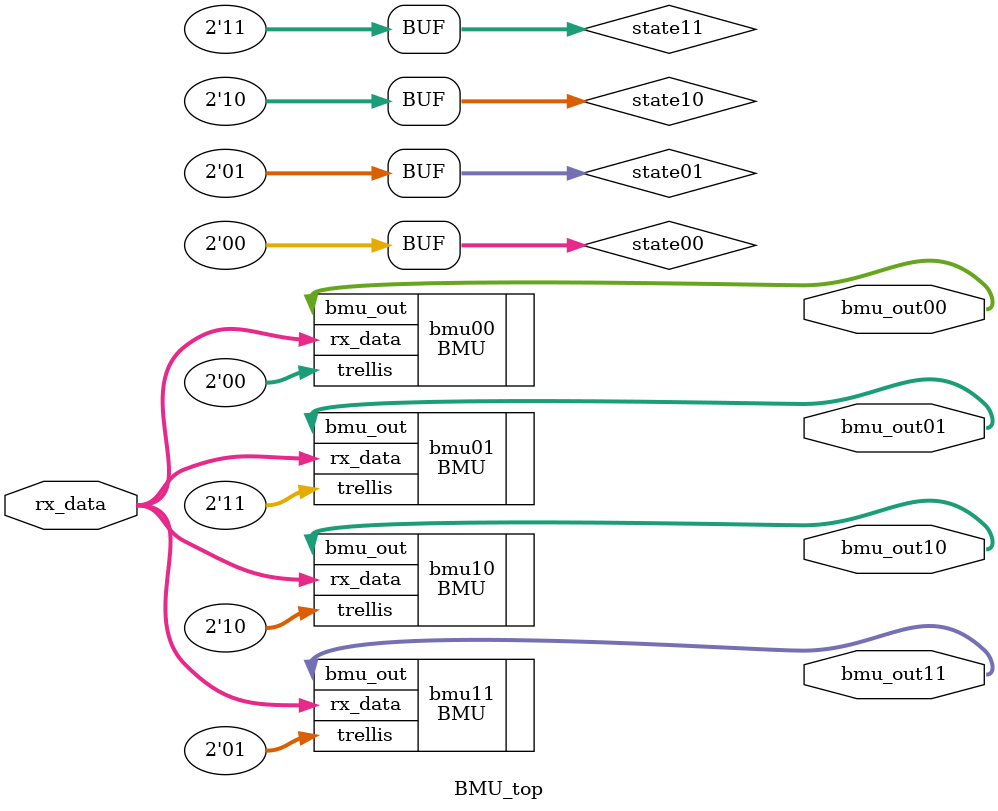
<source format=v>
`timescale 1ns / 1ps


module BMU_top #(parameter data_width = 2) (
    input       [data_width-1 : 0] rx_data,
    output wire [data_width-1 : 0] bmu_out00,
    output wire [data_width-1 : 0] bmu_out01,
    output wire [data_width-1 : 0] bmu_out10,
    output wire [data_width-1 : 0] bmu_out11
    );
wire [data_width-1 : 0] state00;
wire [data_width-1 : 0] state11;
wire [data_width-1 : 0] state10;
wire [data_width-1 : 0] state01;
// hena bdl m a3ml el convolutional encoder b el FSM 3mlt zy lookup table fih 3ltol el values ally htdkhol k-unput ll BMU w da akid
// 3la 7sb shakl el encoder w el states ally hy3mlha b el polynomila y3ny mkan el XOR fen blzbt
assign state00 = 00;
assign state11 = 11;
assign state10 = 10;
assign state01 = 01;

BMU bmu00 (.rx_data(rx_data), .trellis(state00), .bmu_out(bmu_out00));
BMU bmu01 (.rx_data(rx_data), .trellis(state11), .bmu_out(bmu_out01));
BMU bmu10 (.rx_data(rx_data), .trellis(state10), .bmu_out(bmu_out10));
BMU bmu11 (.rx_data(rx_data), .trellis(state01), .bmu_out(bmu_out11));

endmodule

</source>
